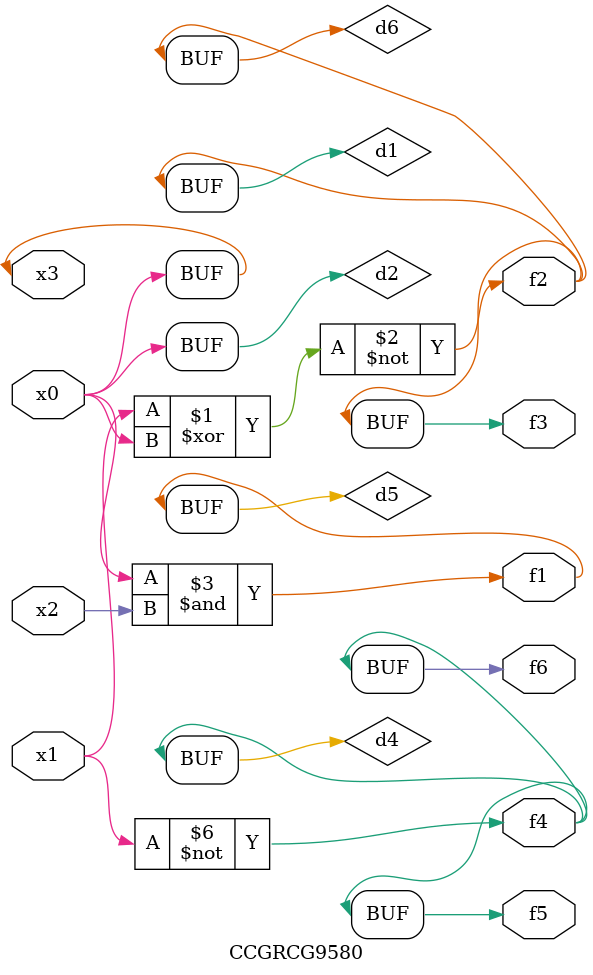
<source format=v>
module CCGRCG9580(
	input x0, x1, x2, x3,
	output f1, f2, f3, f4, f5, f6
);

	wire d1, d2, d3, d4, d5, d6;

	xnor (d1, x1, x3);
	buf (d2, x0, x3);
	nand (d3, x0, x2);
	not (d4, x1);
	nand (d5, d3);
	or (d6, d1);
	assign f1 = d5;
	assign f2 = d6;
	assign f3 = d6;
	assign f4 = d4;
	assign f5 = d4;
	assign f6 = d4;
endmodule

</source>
